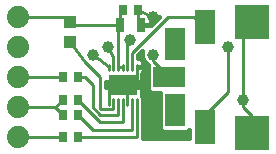
<source format=gtl>
G75*
G70*
%OFA0B0*%
%FSLAX24Y24*%
%IPPOS*%
%LPD*%
%AMOC8*
5,1,8,0,0,1.08239X$1,22.5*
%
%ADD10C,0.0098*%
%ADD11R,0.0925X0.0701*%
%ADD12R,0.0276X0.0354*%
%ADD13R,0.0315X0.0472*%
%ADD14R,0.0394X0.0433*%
%ADD15R,0.1102X0.0709*%
%ADD16R,0.0709X0.1102*%
%ADD17R,0.0709X0.1181*%
%ADD18R,0.1181X0.1181*%
%ADD19C,0.0740*%
%ADD20C,0.0100*%
%ADD21C,0.0160*%
%ADD22C,0.0396*%
D10*
X003708Y001830D02*
X003708Y002008D01*
X003865Y002008D02*
X003865Y001830D01*
X004023Y001830D02*
X004023Y002008D01*
X004180Y002008D02*
X004180Y001830D01*
X004337Y001830D02*
X004337Y002008D01*
X004495Y002008D02*
X004495Y001830D01*
X004652Y001830D02*
X004652Y002008D01*
X004652Y002992D02*
X004652Y003170D01*
X004495Y003170D02*
X004495Y002992D01*
X004337Y002992D02*
X004337Y003170D01*
X004180Y003170D02*
X004180Y002992D01*
X004023Y002992D02*
X004023Y003170D01*
X003865Y003170D02*
X003865Y002992D01*
X003708Y002992D02*
X003708Y003170D01*
D11*
X004180Y002500D03*
D12*
X002686Y002750D03*
X002174Y002750D03*
X002174Y002000D03*
X002686Y002000D03*
X002686Y001500D03*
X002174Y001500D03*
X002174Y000750D03*
X002686Y000750D03*
X004174Y005000D03*
X004686Y005000D03*
D13*
X004784Y004500D03*
X004076Y004500D03*
D14*
X002430Y004585D03*
X002430Y003915D03*
D15*
X005727Y002750D03*
D16*
X005924Y001648D03*
X005924Y003852D03*
D17*
X006908Y004404D03*
X006908Y001096D03*
D18*
X008483Y000900D03*
X008483Y004600D03*
D19*
X000680Y000750D03*
X000680Y001750D03*
X000680Y002750D03*
X000680Y003750D03*
X000680Y004750D03*
D20*
X002265Y004750D01*
X002430Y004585D01*
X002515Y004500D01*
X004076Y004500D01*
X004023Y004447D01*
X004023Y003081D01*
X004180Y003081D01*
X004337Y003081D02*
X004337Y003907D01*
X004430Y004000D01*
X003680Y003750D02*
X003865Y003435D01*
X003865Y003081D01*
X003708Y003081D02*
X003208Y003500D01*
X003180Y003500D01*
X002930Y003250D02*
X002430Y003915D01*
X002930Y003250D02*
X003430Y002750D01*
X003430Y001700D01*
X003865Y001700D01*
X003865Y001919D01*
X003708Y001919D02*
X003708Y002500D01*
X004180Y002500D01*
X004652Y002500D01*
X004652Y003081D01*
X004495Y003081D02*
X004495Y003565D01*
X005680Y004750D01*
X006562Y004750D01*
X006908Y004404D01*
X007680Y003750D02*
X007680Y002250D01*
X006908Y001478D01*
X006908Y001096D01*
X008180Y001750D02*
X008483Y001447D01*
X008483Y000900D01*
X008180Y001750D02*
X008180Y002000D01*
X008180Y004297D01*
X008483Y004600D01*
X005180Y004750D02*
X004686Y005000D01*
X004686Y004598D01*
X004784Y004500D01*
X004076Y004500D02*
X004082Y004854D01*
X004174Y005000D01*
X004180Y004994D01*
X005180Y003500D02*
X005180Y003297D01*
X005727Y002750D01*
X004337Y002343D02*
X004180Y002500D01*
X004337Y002343D02*
X004337Y001919D01*
X004495Y001919D02*
X004495Y001000D01*
X003186Y001000D01*
X002686Y001500D01*
X002174Y001500D02*
X001924Y001750D01*
X001680Y001750D01*
X000680Y001750D01*
X001924Y001750D02*
X002174Y002000D01*
X002686Y002000D02*
X003436Y001250D01*
X004180Y001250D01*
X004180Y001919D01*
X004023Y001919D02*
X004023Y001500D01*
X003430Y001500D01*
X003180Y001750D01*
X003180Y002500D01*
X002930Y002750D01*
X002686Y002750D01*
X002680Y002750D01*
X002174Y002750D02*
X000680Y002750D01*
X000680Y000750D02*
X002174Y000750D01*
X002686Y000750D02*
X004652Y000750D01*
X004652Y001919D01*
D21*
X004862Y001994D02*
X005410Y001994D01*
X005410Y002152D02*
X004823Y002152D01*
X004823Y002134D02*
X004823Y002420D01*
X004260Y002420D01*
X004260Y002580D01*
X004823Y002580D01*
X004823Y002838D01*
X004830Y002846D01*
X004856Y002884D01*
X004873Y002925D01*
X004882Y002970D01*
X004882Y003081D01*
X004882Y003192D01*
X004873Y003236D01*
X004856Y003278D01*
X004830Y003315D01*
X004799Y003347D01*
X004761Y003372D01*
X004719Y003390D01*
X004705Y003393D01*
X004705Y003478D01*
X004839Y003612D01*
X004822Y003571D01*
X004822Y003429D01*
X004876Y003297D01*
X004977Y003196D01*
X004989Y003192D01*
X005016Y003164D01*
X005016Y002329D01*
X005110Y002236D01*
X005410Y002236D01*
X005410Y001030D01*
X005503Y000936D01*
X006345Y000936D01*
X006394Y000986D01*
X006394Y000730D01*
X004862Y000730D01*
X004862Y002006D01*
X004862Y002007D01*
X004862Y002095D01*
X004823Y002134D01*
X004823Y002311D02*
X005035Y002311D01*
X005016Y002469D02*
X004260Y002469D01*
X004100Y002469D02*
X003640Y002469D01*
X003640Y002420D02*
X003640Y002580D01*
X004100Y002580D01*
X004100Y002420D01*
X003640Y002420D01*
X004823Y002628D02*
X005016Y002628D01*
X005016Y002786D02*
X004823Y002786D01*
X004877Y002945D02*
X005016Y002945D01*
X004882Y003081D02*
X004705Y003081D01*
X004882Y003081D01*
X004882Y003103D02*
X005016Y003103D01*
X004912Y003262D02*
X004862Y003262D01*
X004826Y003420D02*
X004705Y003420D01*
X004805Y003579D02*
X004825Y003579D01*
X004705Y003081D02*
X004705Y003081D01*
X004862Y001835D02*
X005410Y001835D01*
X005410Y001677D02*
X004862Y001677D01*
X004862Y001518D02*
X005410Y001518D01*
X005410Y001360D02*
X004862Y001360D01*
X004862Y001201D02*
X005410Y001201D01*
X005410Y001043D02*
X004862Y001043D01*
X004862Y000884D02*
X006394Y000884D01*
X005122Y004489D02*
X005122Y004500D01*
X005122Y004760D01*
X005119Y004770D01*
X005403Y004770D01*
X005122Y004489D01*
X005122Y004500D02*
X004784Y004500D01*
X005122Y004500D01*
X005122Y004530D02*
X005163Y004530D01*
X005122Y004688D02*
X005321Y004688D01*
X004784Y004500D02*
X004784Y004500D01*
D22*
X005180Y004750D03*
X004430Y004000D03*
X003680Y003750D03*
X003180Y003500D03*
X004180Y002500D03*
X005180Y003500D03*
X007680Y003750D03*
X008180Y002000D03*
X005180Y000900D03*
M02*

</source>
